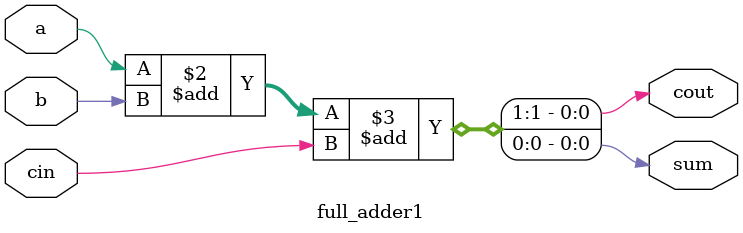
<source format=v>
module full_adder1(a,b,cin,sum,cout);
	input wire a, b,cin;
	output reg sum,cout;
	always @*
	begin
		{cout,sum}=a+b+cin;
	end
endmodule


</source>
